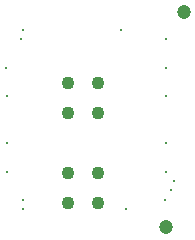
<source format=gbr>
%TF.GenerationSoftware,Altium Limited,Altium Designer,25.5.2 (35)*%
G04 Layer_Color=0*
%FSLAX45Y45*%
%MOMM*%
%TF.SameCoordinates,263EE719-961F-4448-A72E-CF07F5483F46*%
%TF.FilePolarity,Positive*%
%TF.FileFunction,Plated,1,2,PTH,Drill*%
%TF.Part,Single*%
G01*
G75*
%TA.AperFunction,ComponentDrill*%
%ADD29C,1.10000*%
%ADD30C,1.20000*%
%TA.AperFunction,ViaDrill,NotFilled*%
%ADD31C,0.25400*%
D29*
X1020000Y1406000D02*
D03*
Y1660000D02*
D03*
X1274000Y1406000D02*
D03*
Y1660000D02*
D03*
X1020000Y646000D02*
D03*
Y900000D02*
D03*
X1274000Y646000D02*
D03*
Y900000D02*
D03*
D30*
X1847000Y440000D02*
D03*
X1997000Y2260000D02*
D03*
D31*
X1510000Y590000D02*
D03*
X1890144Y752836D02*
D03*
X1912853Y829635D02*
D03*
X640000Y590000D02*
D03*
X1847000Y910000D02*
D03*
Y1150000D02*
D03*
Y1550000D02*
D03*
Y1790000D02*
D03*
Y2030000D02*
D03*
X1840000Y670000D02*
D03*
X640000D02*
D03*
X500000Y910000D02*
D03*
Y1150000D02*
D03*
Y1550000D02*
D03*
X494668Y1787764D02*
D03*
X620187Y2030679D02*
D03*
X640000Y2110000D02*
D03*
X1470000D02*
D03*
%TF.MD5,0b4d0dbab343ad8b54f4d5260e1344f6*%
M02*

</source>
